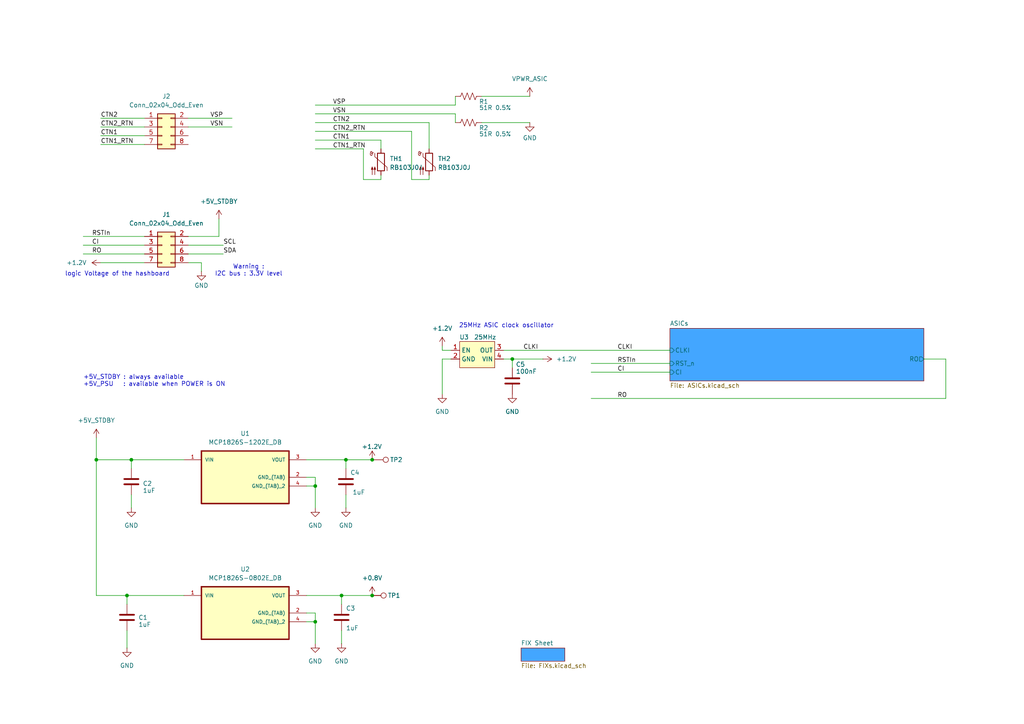
<source format=kicad_sch>
(kicad_sch (version 20231120) (generator "eeschema") (generator_version "8.0")
  (paper "A4")
  (lib_symbols
    (symbol "Connector:TestPoint" (pin_numbers hide) (pin_names (offset 0.762) hide)
      (property "Reference" "TP" (at 0 6.858 0))
      (property "Value" "TestPoint" (at 0 5.08 0))
      (symbol "TestPoint_0_1"
        (circle (center 0 3.302) (radius 0.762))
      )
      (symbol "TestPoint_1_1"
        (pin passive line (at 0 0 90) (length 2.54) (name "1") (number "1"))
      )
    )
    (symbol "Connector_Generic:Conn_02x04_Odd_Even" (pin_names (offset 1.016) hide)
      (property "Reference" "J" (at 1.27 5.08 0))
      (property "Value" "Conn_02x04_Odd_Even" (at 1.27 -7.62 0))
      (symbol "Conn_02x04_Odd_Even_1_1"
        (rectangle (start -1.27 -4.953) (end 0 -5.207) (stroke (width 0.1524)))
        (rectangle (start -1.27 -2.413) (end 0 -2.667) (stroke (width 0.1524)))
        (rectangle (start -1.27 0.127) (end 0 -0.127) (stroke (width 0.1524)))
        (rectangle (start -1.27 2.667) (end 0 2.413) (stroke (width 0.1524)))
        (rectangle (start -1.27 3.81) (end 3.81 -6.35) (stroke (width 0.254)) (fill (type background)))
        (rectangle (start 3.81 -4.953) (end 2.54 -5.207) (stroke (width 0.1524)))
        (rectangle (start 3.81 -2.413) (end 2.54 -2.667) (stroke (width 0.1524)))
        (rectangle (start 3.81 0.127) (end 2.54 -0.127) (stroke (width 0.1524)))
        (rectangle (start 3.81 2.667) (end 2.54 2.413) (stroke (width 0.1524)))
        (pin passive line (at -5.08 2.54 0) (length 3.81) (name "Pin_1") (number "1"))
        (pin passive line (at 7.62 2.54 180) (length 3.81) (name "Pin_2") (number "2"))
        (pin passive line (at -5.08 0 0) (length 3.81) (name "Pin_3") (number "3"))
        (pin passive line (at 7.62 0 180) (length 3.81) (name "Pin_4") (number "4"))
        (pin passive line (at -5.08 -2.54 0) (length 3.81) (name "Pin_5") (number "5"))
        (pin passive line (at 7.62 -2.54 180) (length 3.81) (name "Pin_6") (number "6"))
        (pin passive line (at -5.08 -5.08 0) (length 3.81) (name "Pin_7") (number "7"))
        (pin passive line (at 7.62 -5.08 180) (length 3.81) (name "Pin_8") (number "8"))
      )
    )
    (symbol "Device:C" (pin_numbers hide) (pin_names (offset 0.254))
      (property "Reference" "C" (at 0.635 2.54 0))
      (property "Value" "C" (at 0.635 -2.54 0))
      (symbol "C_0_1"
        (polyline (pts (xy -2.032 -0.762) (xy 2.032 -0.762)) (stroke (width 0.508)))
        (polyline (pts (xy -2.032 0.762) (xy 2.032 0.762)) (stroke (width 0.508)))
      )
      (symbol "C_1_1"
        (pin passive line (at 0 3.81 270) (length 2.794) (name "~") (number "1"))
        (pin passive line (at 0 -3.81 90) (length 2.794) (name "~") (number "2"))
      )
    )
    (symbol "Device:R_US" (pin_numbers hide) (pin_names (offset 0))
      (property "Reference" "R" (at 2.54 0 90))
      (property "Value" "R_US" (at -2.54 0 90))
      (symbol "R_US_0_1"
        (polyline (pts (xy 0 -2.286) (xy 0 -2.54)))
        (polyline (pts (xy 0 2.286) (xy 0 2.54)))
        (polyline (pts (xy 0 -0.762) (xy 1.016 -1.143) (xy 0 -1.524) (xy -1.016 -1.905) (xy 0 -2.286)))
        (polyline (pts (xy 0 0.762) (xy 1.016 0.381) (xy 0 0) (xy -1.016 -0.381) (xy 0 -0.762)))
        (polyline (pts (xy 0 2.286) (xy 1.016 1.905) (xy 0 1.524) (xy -1.016 1.143) (xy 0 0.762)))
      )
      (symbol "R_US_1_1"
        (pin passive line (at 0 3.81 270) (length 1.27) (name "~") (number "1"))
        (pin passive line (at 0 -3.81 90) (length 1.27) (name "~") (number "2"))
      )
    )
    (symbol "EKO_Miner_ASIClib:MCP1826S-0802E_DB" (pin_names (offset 1.016))
      (property "Reference" "U" (at -12.7 10.668 0))
      (property "Value" "MCP1826S-0802E_DB" (at -12.7 8.636 0))
      (property "P/N MOUSER" "579-MCP1826S-0802EDB" (at 0 0 0))
      (symbol "MCP1826S-0802E_DB_0_0"
        (rectangle (start -12.7 -7.62) (end 12.7 7.62) (stroke (width 0.41)) (fill (type background)))
        (pin input line (at -17.78 5.08 0) (length 5.08) (name "VIN") (number "1"))
        (pin power_in line (at 17.78 0 180) (length 5.08) (name "GND_(TAB)") (number "2"))
        (pin output line (at 17.78 5.08 180) (length 5.08) (name "VOUT") (number "3"))
        (pin power_in line (at 17.78 -2.54 180) (length 5.08) (name "GND_(TAB)_2") (number "4"))
      )
    )
    (symbol "EKO_Miner_ASIClib:MCP1826S-1802E_DB" (pin_names (offset 1.016))
      (property "Reference" "U" (at -12.7 10.668 0))
      (property "Value" "MCP1826S-1802E_DB" (at -12.7 8.636 0))
      (property "P/N MOUSER" "579-MCP1826S-1802EDB" (at 0 0 0))
      (symbol "MCP1826S-1802E_DB_0_0"
        (rectangle (start -12.7 -7.62) (end 12.7 7.62) (stroke (width 0.41)) (fill (type background)))
        (pin input line (at -17.78 5.08 0) (length 5.08) (name "VIN") (number "1"))
        (pin power_in line (at 17.78 0 180) (length 5.08) (name "GND_(TAB)") (number "2"))
        (pin output line (at 17.78 5.08 180) (length 5.08) (name "VOUT") (number "3"))
        (pin power_in line (at 17.78 -2.54 180) (length 5.08) (name "GND_(TAB)_2") (number "4"))
      )
    )
    (symbol "Sensor_Temperature:PT1000" (pin_numbers hide) (pin_names (offset 0))
      (property "Reference" "TH" (at -4.445 0 90))
      (property "Value" "PT1000" (at 3.175 0 90))
      (symbol "PT1000_0_1"
        (arc (start -3.048 2.159) (mid -3.0495 2.3143) (end -3.175 2.413))
        (arc (start -3.048 2.159) (mid -2.9736 1.9794) (end -2.794 1.905))
        (arc (start -3.048 2.794) (mid -2.9736 2.6144) (end -2.794 2.54))
        (arc (start -2.794 1.905) (mid -2.6144 1.9794) (end -2.54 2.159))
        (arc (start -2.794 2.54) (mid -2.4393 2.5587) (end -2.159 2.794))
        (arc (start -2.794 3.048) (mid -2.9736 2.9736) (end -3.048 2.794))
        (arc (start -2.54 2.794) (mid -2.6144 2.9736) (end -2.794 3.048))
        (rectangle (start -1.016 2.54) (end 1.016 -2.54) (stroke (width 0.254)))
        (polyline (pts (xy -2.54 2.159) (xy -2.54 2.794)))
        (polyline (pts (xy -1.778 2.54) (xy -1.778 1.524) (xy 1.778 -1.524) (xy 1.778 -2.54)))
        (polyline (pts (xy -2.54 -3.683) (xy -2.54 -1.397) (xy -2.794 -2.159) (xy -2.286 -2.159) (xy -2.54 -1.397) (xy -2.54 -1.651)) (fill (type outline)))
        (polyline (pts (xy -1.778 -3.683) (xy -1.778 -1.397) (xy -2.032 -2.159) (xy -1.524 -2.159) (xy -1.778 -1.397) (xy -1.778 -1.651)) (fill (type outline)))
      )
      (symbol "PT1000_1_1"
        (pin passive line (at 0 3.81 270) (length 1.27) (name "~") (number "1"))
        (pin passive line (at 0 -3.81 90) (length 1.27) (name "~") (number "2"))
      )
    )
    (symbol "bitaxe:oscillator"
      (property "Reference" "U" (at -3.81 5.08 0))
      (property "Value" "oscillator" (at 0 -5.08 0))
      (symbol "oscillator_0_1"
        (rectangle (start -5.08 3.81) (end 5.08 -3.81) (stroke (width 0.1524)) (fill (type background)))
      )
      (symbol "oscillator_1_0"
        (pin bidirectional line (at -7.62 1.27 0) (length 2.54) (name "EN") (number "1"))
        (pin bidirectional line (at -7.62 -1.27 0) (length 2.54) (name "GND") (number "2"))
        (pin bidirectional line (at 7.62 1.27 180) (length 2.54) (name "OUT") (number "3"))
        (pin bidirectional line (at 7.62 -1.27 180) (length 2.54) (name "VIN") (number "4"))
      )
    )
    (symbol "power:+3.3V" (power) (pin_names (offset 0))
      (property "Value" "+3.3V" (at 0 3.556 0))
      (symbol "+3.3V_0_1"
        (polyline (pts (xy -0.762 1.27) (xy 0 2.54)))
        (polyline (pts (xy 0 0) (xy 0 2.54)))
        (polyline (pts (xy 0 2.54) (xy 0.762 1.27)))
      )
      (symbol "+3.3V_1_1"
        (pin power_in line (at 0 0 90) (length 0) hide (name "+3.3V") (number "1"))
      )
    )
    (symbol "power:GND" (power) (pin_numbers hide) (pin_names (offset 0) hide)
      (property "Value" "GND" (at 0 -3.81 0))
      (symbol "GND_0_1"
        (polyline (pts (xy 0 0) (xy 0 -1.27) (xy 1.27 -1.27) (xy 0 -2.54) (xy -1.27 -1.27) (xy 0 -1.27)))
      )
      (symbol "GND_1_1"
        (pin power_in line (at 0 0 270) (length 0) (name "~") (number "1"))
      )
    )
    (symbol "power:VDD" (power) (pin_numbers hide) (pin_names (offset 0) hide)
      (property "Value" "VDD" (at 0 3.556 0))
      (symbol "VDD_0_1"
        (polyline (pts (xy -0.762 1.27) (xy 0 2.54)))
        (polyline (pts (xy 0 0) (xy 0 2.54)))
        (polyline (pts (xy 0 2.54) (xy 0.762 1.27)))
      )
      (symbol "VDD_1_1"
        (pin power_in line (at 0 0 90) (length 0) (name "~") (number "1"))
      )
    )
  )
  (junction (at 107.95 172.72))
  (junction (at 99.06 172.72))
  (junction (at 107.95 133.35))
  (junction (at 38.1 133.35))
  (junction (at 27.94 133.35))
  (junction (at 91.44 140.97))
  (junction (at 36.83 172.72))
  (junction (at 100.33 133.35) (diameter 0.9144))
  (junction (at 148.59 104.14))
  (junction (at 91.44 180.34))
  (wire (pts (xy 29.21 34.29) (xy 41.91 34.29)))
  (wire (pts (xy 88.9 133.35) (xy 100.33 133.35)))
  (wire (pts (xy 124.46 52.07) (xy 124.46 50.8)))
  (wire (pts (xy 27.94 133.35) (xy 38.1 133.35)))
  (wire (pts (xy 91.44 138.43) (xy 91.44 140.97)))
  (wire (pts (xy 110.49 52.07) (xy 110.49 50.8)))
  (wire (pts (xy 88.9 177.8) (xy 91.44 177.8)))
  (wire (pts (xy 91.44 140.97) (xy 91.44 147.32)))
  (wire (pts (xy 36.83 172.72) (xy 53.34 172.72)))
  (wire (pts (xy 148.59 104.14) (xy 148.59 106.68)))
  (wire (pts (xy 36.83 187.96) (xy 36.83 182.88)))
  (wire (pts (xy 88.9 140.97) (xy 91.44 140.97)))
  (wire (pts (xy 29.21 41.91) (xy 41.91 41.91)))
  (wire (pts (xy 99.06 172.72) (xy 107.95 172.72)))
  (wire (pts (xy 274.32 115.57) (xy 274.32 104.14)))
  (wire (pts (xy 119.38 52.07) (xy 124.46 52.07)))
  (wire (pts (xy 107.95 133.35) (xy 108.585 133.35)))
  (wire (pts (xy 128.27 104.14) (xy 128.27 114.3)))
  (wire (pts (xy 171.45 105.41) (xy 194.31 105.41)))
  (wire (pts (xy 105.41 43.18) (xy 105.41 52.07)))
  (wire (pts (xy 29.21 36.83) (xy 41.91 36.83)))
  (wire (pts (xy 132.08 27.94) (xy 132.08 30.48)))
  (wire (pts (xy 128.27 101.6) (xy 128.27 100.33)))
  (wire (pts (xy 124.46 35.56) (xy 124.46 43.18)))
  (wire (pts (xy 38.1 133.35) (xy 38.1 135.89)))
  (wire (pts (xy 139.7 35.56) (xy 153.67 35.56)))
  (wire (pts (xy 99.06 186.69) (xy 99.06 182.88)))
  (wire (pts (xy 91.44 43.18) (xy 105.41 43.18)))
  (wire (pts (xy 27.94 172.72) (xy 36.83 172.72)))
  (wire (pts (xy 105.41 52.07) (xy 110.49 52.07)))
  (wire (pts (xy 27.94 133.35) (xy 27.94 172.72)))
  (wire (pts (xy 58.42 76.2) (xy 58.42 78.74)))
  (wire (pts (xy 38.1 143.51) (xy 38.1 147.32)))
  (wire (pts (xy 146.05 101.6) (xy 194.31 101.6)))
  (wire (pts (xy 132.08 30.48) (xy 91.44 30.48)))
  (wire (pts (xy 88.9 172.72) (xy 99.06 172.72)))
  (wire (pts (xy 128.27 104.14) (xy 130.81 104.14)))
  (wire (pts (xy 24.13 71.12) (xy 41.91 71.12)))
  (wire (pts (xy 64.77 73.66) (xy 54.61 73.66)))
  (wire (pts (xy 171.45 107.95) (xy 194.31 107.95)))
  (wire (pts (xy 88.9 180.34) (xy 91.44 180.34)))
  (wire (pts (xy 100.33 133.35) (xy 100.33 135.89)))
  (wire (pts (xy 91.44 33.02) (xy 132.08 33.02)))
  (wire (pts (xy 91.44 35.56) (xy 124.46 35.56)))
  (wire (pts (xy 91.44 40.64) (xy 110.49 40.64)))
  (wire (pts (xy 38.1 133.35) (xy 53.34 133.35)))
  (wire (pts (xy 139.7 27.94) (xy 153.67 27.94)))
  (wire (pts (xy 63.5 63.5) (xy 63.5 68.58)))
  (wire (pts (xy 41.91 76.2) (xy 29.21 76.2)))
  (wire (pts (xy 54.61 36.83) (xy 67.31 36.83)))
  (wire (pts (xy 132.08 33.02) (xy 132.08 35.56)))
  (wire (pts (xy 110.49 40.64) (xy 110.49 43.18)))
  (wire (pts (xy 91.44 186.69) (xy 91.44 180.34)))
  (wire (pts (xy 119.38 38.1) (xy 119.38 52.07)))
  (wire (pts (xy 274.32 104.14) (xy 267.97 104.14)))
  (wire (pts (xy 171.45 115.57) (xy 274.32 115.57)))
  (wire (pts (xy 24.13 73.66) (xy 41.91 73.66)))
  (wire (pts (xy 91.44 138.43) (xy 88.9 138.43)))
  (wire (pts (xy 54.61 34.29) (xy 67.31 34.29)))
  (wire (pts (xy 148.59 104.14) (xy 157.48 104.14)))
  (wire (pts (xy 54.61 76.2) (xy 58.42 76.2)))
  (wire (pts (xy 91.44 180.34) (xy 91.44 177.8)))
  (wire (pts (xy 128.27 101.6) (xy 130.81 101.6)))
  (wire (pts (xy 91.44 38.1) (xy 119.38 38.1)))
  (wire (pts (xy 100.33 143.51) (xy 100.33 147.32)))
  (wire (pts (xy 27.94 127) (xy 27.94 133.35)))
  (wire (pts (xy 99.06 172.72) (xy 99.06 175.26)))
  (wire (pts (xy 100.33 133.35) (xy 107.95 133.35)))
  (wire (pts (xy 64.77 71.12) (xy 54.61 71.12)))
  (wire (pts (xy 146.05 104.14) (xy 148.59 104.14)))
  (wire (pts (xy 24.13 68.58) (xy 41.91 68.58)))
  (wire (pts (xy 29.21 39.37) (xy 41.91 39.37)))
  (wire (pts (xy 63.5 68.58) (xy 54.61 68.58)))
  (wire (pts (xy 36.83 172.72) (xy 36.83 175.26)))
  (text "+5V_STDBY : always available\n+5V_PSU   : available when POWER is ON" (at 24.13 110.49 0) (effects (font (size 1.27 1.27)) (justify left)))
  (text "Warning :\nI2C bus : 3.3V level" (at 72.136 78.486 0) (effects (font (size 1.27 1.27))))
  (text "25MHz ASIC clock oscillator" (at 133.096 95.25 0) (effects (font (size 1.27 1.27)) (justify left bottom)))
  (text "logic Voltage of the hashboard" (at 34.036 79.502 0) (effects (font (size 1.27 1.27))))
  (label "CTN1_RTN" (at 29.21 41.91 0))
  (label "CLKI" (at 179.07 101.6 0))
  (label "RSTIn" (at 179.07 105.41 0))
  (label "CI" (at 179.07 107.95 0))
  (label "CLKI" (at 151.765 101.6 0))
  (label "VSN" (at 60.96 36.83 0))
  (label "RO" (at 26.67 73.66 0))
  (label "CTN2" (at 29.21 34.29 0))
  (label "CTN1_RTN" (at 96.52 43.18 0))
  (label "CTN1" (at 29.21 39.37 0))
  (label "RO" (at 179.07 115.57 0))
  (label "RSTIn" (at 26.67 68.58 0))
  (label "VSP" (at 96.52 30.48 0))
  (label "CI" (at 26.67 71.12 0))
  (label "SCL" (at 64.77 71.12 0))
  (label "CTN2_RTN" (at 96.52 38.1 0))
  (label "VSP" (at 60.96 34.29 0))
  (label "CTN2_RTN" (at 29.21 36.83 0))
  (label "VSN" (at 96.52 33.02 0))
  (label "CTN1" (at 96.52 40.64 0))
  (label "CTN2" (at 96.52 35.56 0))
  (label "SDA" (at 64.77 73.66 0))
  (symbol (lib_id "power:GND") (at 58.42 78.74 0) (mirror y) (unit 1)
    (property "Reference" "#PWR07" (effects (hide yes)))
    (property "Value" "GND" (at 58.42 82.804 0))
    (property "Description" "Power symbol creates a global label with name \"GND\" , ground" (effects (hide yes)))
  )
  (symbol (lib_id "power:GND") (at 91.44 186.69 0) (unit 1)
    (property "Reference" "#PWR06" (effects (hide yes)))
    (property "Value" "GND" (at 91.44 191.77 0))
    (property "Description" "Power symbol creates a global label with name \"GND\" , ground" (effects (hide yes)))
  )
  (symbol (lib_id "power:GND") (at 128.27 114.3 0) (unit 1)
    (property "Reference" "#PWR014" (effects (hide yes)))
    (property "Value" "GND" (at 128.27 119.38 0))
    (property "Description" "Power symbol creates a global label with name \"GND\" , ground" (effects (hide yes)))
  )
  (symbol (lib_id "power:VDD") (at 107.95 172.72 0) (unit 1)
    (property "Reference" "#PWR012" (effects (hide yes)))
    (property "Value" "+0.8V" (at 107.95 167.64 0))
    (property "Description" "Power symbol creates a global label with name \"VDD\"" (effects (hide yes)))
  )
  (symbol (lib_id "Connector:TestPoint") (at 107.95 172.72 270) (mirror x) (unit 1) (in_bom no)
    (property "Reference" "TP1" (at 114.3 172.72 90))
    (property "Value" "TestPoint" (effects (hide yes)))
    (property "Footprint" "TestPoint:TestPoint_Pad_D1.0mm" (effects (hide yes)))
  )
  (symbol (lib_id "power:GND") (at 100.33 147.32 0) (unit 1)
    (property "Reference" "#PWR010" (effects (hide yes)))
    (property "Value" "GND" (at 100.33 152.4 0))
    (property "Description" "Power symbol creates a global label with name \"GND\" , ground" (effects (hide yes)))
  )
  (symbol (lib_id "power:GND") (at 38.1 147.32 0) (unit 1)
    (property "Reference" "#PWR03" (effects (hide yes)))
    (property "Value" "GND" (at 38.1 152.4 0))
    (property "Description" "Power symbol creates a global label with name \"GND\" , ground" (effects (hide yes)))
  )
  (symbol (lib_id "Device:C") (at 36.83 179.07 0) (unit 1)
    (property "Reference" "C1" (at 40.132 179.832 0) (effects (justify left bottom)))
    (property "Value" "1uF" (at 40.132 181.864 0) (effects (justify left bottom)))
    (property "Footprint" "Capacitor_SMD:C_0805_2012Metric_Pad1.18x1.45mm_HandSolder" (effects (hide yes)))
    (property "MP" "CL21B105KOFNFNE" (effects (hide yes)))
    (property "P/N MOUSER" "187-CL21B105KOFNFNE" (effects (hide yes)))
  )
  (symbol (lib_id "bitaxe:oscillator") (at 138.43 102.87 0) (unit 1)
    (property "Reference" "U3" (at 134.62 97.79 0))
    (property "Value" "25MHz" (at 140.716 97.79 0))
    (property "Footprint" "Oscillator:Oscillator_SMD_Abracon_ASE-4Pin_3.2x2.5mm" (effects (hide yes)))
    (property "Datasheet" "https://www.jauch.com/downloadfile/5ef1edcfb8e2f73163c8ce8009ef659d1/jo32-1.8-3.3v.pdf" (effects (hide yes)))
    (property "MP" "LFSPXO076024Cutt" (effects (hide yes)))
    (property "P/N MOUSER" "449-LFSPXO076024CUTT" (effects (hide yes)))
  )
  (symbol (lib_id "EKO_Miner_ASIClib:MCP1826S-1802E_DB") (at 71.12 138.43 0) (unit 1)
    (property "Reference" "U1" (at 71.12 125.73 0))
    (property "Value" "MCP1826S-1202E_DB" (at 71.12 128.27 0))
    (property "Footprint" "EKO_Miner_ASIClib:MCP1826S" (effects (hide yes)))
    (property "MF" "Microchip" (effects (hide yes)))
    (property "Description_1" "\nIC,LINEAR REGULATOR;MAX. INPUT,6V;OUTPUT,1.2V;1000MA;ACCURACY,0.5%;SOT223-3 | Microchip Technology Inc. MCP1826S-1202E/DB\n" (effects (hide yes)))
    (property "Package" "SOT-223 Microchip Technology" (effects (hide yes)))
    (property "Price" "None" (effects (hide yes)))
    (property "SnapEDA_Link" "https://www.snapeda.com/parts/MCP1826S-1802E/DB/Microchip/view-part/?ref=snap" (effects (hide yes)))
    (property "MP" "MCP1826S-1802E/DB" (effects (hide yes)))
    (property "Purchase-URL" "https://www.snapeda.com/api/url_track_click_mouser/?unipart_id=142747&manufacturer=Microchip&part_name=MCP1826S-1802E/DB&search_term=mcp1826s" (effects (hide yes)))
    (property "Availability" "In Stock" (effects (hide yes)))
    (property "Check_prices" "https://www.snapeda.com/parts/MCP1826S-1802E/DB/Microchip/view-part/?ref=eda" (effects (hide yes)))
    (property "P/N MOUSER" "579-MCP1826S-1802EDB" (effects (hide yes)))
  )
  (symbol (lib_id "power:VDD") (at 29.21 76.2 90) (unit 1)
    (property "Reference" "#PWR04" (effects (hide yes)))
    (property "Value" "+1.2V" (at 25.146 76.2 90) (effects (justify left)))
    (property "Description" "Power symbol creates a global label with name \"VDD\"" (effects (hide yes)))
  )
  (symbol (lib_id "power:VDD") (at 157.48 104.14 270) (unit 1)
    (property "Reference" "#PWR016" (effects (hide yes)))
    (property "Value" "+1.2V" (at 161.29 104.1399 90) (effects (justify left)))
    (property "Description" "Power symbol creates a global label with name \"VDD\"" (effects (hide yes)))
  )
  (symbol (lib_id "power:VDD") (at 107.95 133.35 0) (unit 1)
    (property "Reference" "#PWR011" (effects (hide yes)))
    (property "Value" "+1.2V" (at 104.902 129.54 0) (effects (justify left)))
    (property "Description" "Power symbol creates a global label with name \"VDD\"" (effects (hide yes)))
  )
  (symbol (lib_id "power:GND") (at 99.06 186.69 0) (unit 1)
    (property "Reference" "#PWR09" (effects (hide yes)))
    (property "Value" "GND" (at 99.06 191.77 0))
    (property "Description" "Power symbol creates a global label with name \"GND\" , ground" (effects (hide yes)))
  )
  (symbol (lib_id "Connector_Generic:Conn_02x04_Odd_Even") (at 46.99 71.12 0) (unit 1)
    (property "Reference" "J1" (at 48.26 62.23 0))
    (property "Value" "Conn_02x04_Odd_Even" (at 48.26 64.77 0))
    (property "Footprint" "Connector_PinHeader_2.54mm:PinHeader_2x04_P2.54mm_Vertical_SMD" (effects (hide yes)))
    (property "Description" "Generic connector, double row, 02x04, odd/even pin numbering scheme (row 1 odd numbers, row 2 even numbers), script generated (kicad-library-utils/schlib/autogen/connector/)" (effects (hide yes)))
  )
  (symbol (lib_id "Connector:TestPoint") (at 108.585 133.35 270) (mirror x) (unit 1) (in_bom no)
    (property "Reference" "TP2" (at 114.935 133.35 90))
    (property "Value" "TestPoint" (effects (hide yes)))
    (property "Footprint" "TestPoint:TestPoint_Pad_D1.0mm" (effects (hide yes)))
  )
  (symbol (lib_id "power:GND") (at 36.83 187.96 0) (unit 1)
    (property "Reference" "#PWR02" (effects (hide yes)))
    (property "Value" "GND" (at 36.83 193.04 0))
    (property "Description" "Power symbol creates a global label with name \"GND\" , ground" (effects (hide yes)))
  )
  (symbol (lib_id "Device:C") (at 99.06 179.07 0) (unit 1)
    (property "Reference" "C3" (at 100.33 177.165 0) (effects (justify left bottom)))
    (property "Value" "1uF" (at 100.33 182.88 0) (effects (justify left bottom)))
    (property "Footprint" "Capacitor_SMD:C_0805_2012Metric_Pad1.18x1.45mm_HandSolder" (effects (hide yes)))
    (property "MP" "CL21B105KOFNFNE" (effects (hide yes)))
    (property "P/N MOUSER" "187-CL21B105KOFNFNE" (effects (hide yes)))
  )
  (symbol (lib_id "Device:R_US") (at 135.89 27.94 270) (unit 1)
    (property "Reference" "R1" (at 138.938 29.464 90) (effects (justify left)))
    (property "Value" "51R 0.5%" (at 138.938 31.242 90) (effects (justify left)))
    (property "Footprint" "Resistor_SMD:R_0805_2012Metric_Pad1.20x1.40mm_HandSolder" (effects (hide yes)))
    (property "MP" "RT0805DRE0751RL" (effects (hide yes)))
    (property "P/N MOUSER" "603-RT0805DRE0751RL" (effects (hide yes)))
  )
  (symbol (lib_id "power:VDD") (at 128.27 100.33 0) (unit 1)
    (property "Reference" "#PWR013" (effects (hide yes)))
    (property "Value" "+1.2V" (at 128.27 95.25 0))
    (property "Description" "Power symbol creates a global label with name \"VDD\"" (effects (hide yes)))
  )
  (symbol (lib_id "Device:C") (at 38.1 139.7 0) (unit 1)
    (property "Reference" "C2" (at 41.402 140.97 0) (effects (justify left bottom)))
    (property "Value" "1uF" (at 41.402 143.002 0) (effects (justify left bottom)))
    (property "Footprint" "Capacitor_SMD:C_0805_2012Metric_Pad1.18x1.45mm_HandSolder" (effects (hide yes)))
    (property "MP" "CL21B105KOFNFNE" (effects (hide yes)))
    (property "P/N MOUSER" "187-CL21B105KOFNFNE" (effects (hide yes)))
  )
  (symbol (lib_id "power:VDD") (at 153.67 27.94 0) (unit 1)
    (property "Reference" "#PWR017" (effects (hide yes)))
    (property "Value" "VPWR_ASIC" (at 153.67 22.86 0))
    (property "Description" "Power symbol creates a global label with name \"VDD\"" (effects (hide yes)))
  )
  (symbol (lib_id "power:+3.3V") (at 63.5 63.5 0) (mirror y) (unit 1)
    (property "Reference" "#PWR08" (effects (hide yes)))
    (property "Value" "+5V_STDBY" (at 63.5 58.42 0))
  )
  (symbol (lib_id "power:GND") (at 153.67 35.56 0) (mirror y) (unit 1)
    (property "Reference" "#PWR018" (effects (hide yes)))
    (property "Value" "GND" (at 153.67 40.005 0))
  )
  (symbol (lib_id "Sensor_Temperature:PT1000") (at 124.46 46.99 0) (unit 1)
    (property "Reference" "TH2" (at 127 46.0374 0) (effects (justify left)))
    (property "Value" "RB103J0J" (at 127 48.5774 0) (effects (justify left)))
    (property "Footprint" "Resistor_SMD:R_0603_1608Metric" (effects (hide yes)))
    (property "Description" "CTN" (effects (hide yes)))
    (property "MP" "RB103J0J" (effects (hide yes)))
    (property "P/N MOUSER" "576-RB103J0J" (effects (hide yes)))
  )
  (symbol (lib_id "Connector_Generic:Conn_02x04_Odd_Even") (at 46.99 36.83 0) (unit 1)
    (property "Reference" "J2" (at 48.26 27.94 0))
    (property "Value" "Conn_02x04_Odd_Even" (at 48.26 30.48 0))
    (property "Footprint" "Connector_PinHeader_2.54mm:PinHeader_2x04_P2.54mm_Vertical_SMD" (effects (hide yes)))
    (property "Description" "Generic connector, double row, 02x04, odd/even pin numbering scheme (row 1 odd numbers, row 2 even numbers), script generated (kicad-library-utils/schlib/autogen/connector/)" (effects (hide yes)))
  )
  (symbol (lib_id "power:GND") (at 91.44 147.32 0) (unit 1)
    (property "Reference" "#PWR05" (effects (hide yes)))
    (property "Value" "GND" (at 91.44 152.4 0))
    (property "Description" "Power symbol creates a global label with name \"GND\" , ground" (effects (hide yes)))
  )
  (symbol (lib_id "Device:C") (at 148.59 110.49 0) (unit 1)
    (property "Reference" "C5" (at 149.606 106.426 0) (effects (justify left bottom)))
    (property "Value" "100nF" (at 149.606 108.458 0) (effects (justify left bottom)))
    (property "Footprint" "Capacitor_SMD:C_0805_2012Metric_Pad1.18x1.45mm_HandSolder" (effects (hide yes)))
    (property "P/N MOUSER" "791-0805B104M101CT" (effects (hide yes)))
  )
  (symbol (lib_id "power:GND") (at 148.59 114.3 0) (unit 1)
    (property "Reference" "#PWR015" (effects (hide yes)))
    (property "Value" "GND" (at 148.59 119.38 0))
    (property "Description" "Power symbol creates a global label with name \"GND\" , ground" (effects (hide yes)))
  )
  (symbol (lib_id "Device:R_US") (at 135.89 35.56 270) (unit 1)
    (property "Reference" "R2" (at 138.938 37.084 90) (effects (justify left)))
    (property "Value" "51R 0.5%" (at 138.938 38.862 90) (effects (justify left)))
    (property "Footprint" "Resistor_SMD:R_0805_2012Metric_Pad1.20x1.40mm_HandSolder" (effects (hide yes)))
    (property "MP" "RT0805DRE0751RL" (effects (hide yes)))
    (property "P/N MOUSER" "603-RT0805DRE0751RL" (effects (hide yes)))
  )
  (symbol (lib_id "EKO_Miner_ASIClib:MCP1826S-0802E_DB") (at 71.12 177.8 0) (unit 1)
    (property "Reference" "U2" (at 71.12 165.1 0))
    (property "Value" "MCP1826S-0802E_DB" (at 71.12 167.64 0))
    (property "Footprint" "EKO_Miner_ASIClib:MCP1826S" (effects (hide yes)))
    (property "MF" "Microchip" (effects (hide yes)))
    (property "Description_1" "\nIC,LINEAR REGULATOR;MAX. INPUT,6V;OUTPUT,1.8V;1000MA;ACCURACY,0.5%;SOT223-3 | Microchip Technology Inc. MCP1826S-1802E/DB\n" (effects (hide yes)))
    (property "Package" "SOT-223 Microchip Technology" (effects (hide yes)))
    (property "Price" "None" (effects (hide yes)))
    (property "SnapEDA_Link" "https://www.snapeda.com/parts/MCP1826S-1802E/DB/Microchip/view-part/?ref=snap" (effects (hide yes)))
    (property "MP" "MCP1826S-1802E/DB" (effects (hide yes)))
    (property "Purchase-URL" "https://www.snapeda.com/api/url_track_click_mouser/?unipart_id=142747&manufacturer=Microchip&part_name=MCP1826S-1802E/DB&search_term=mcp1826s" (effects (hide yes)))
    (property "Availability" "In Stock" (effects (hide yes)))
    (property "Check_prices" "https://www.snapeda.com/parts/MCP1826S-1802E/DB/Microchip/view-part/?ref=eda" (effects (hide yes)))
    (property "P/N MOUSER" "579-MCP1826S-0802EDB" (effects (hide yes)))
  )
  (symbol (lib_id "Device:C") (at 100.33 139.7 0) (unit 1)
    (property "Reference" "C4" (at 101.6 137.795 0) (effects (justify left bottom)))
    (property "Value" "1uF" (at 102.235 143.51 0) (effects (justify left bottom)))
    (property "Footprint" "Capacitor_SMD:C_0805_2012Metric_Pad1.18x1.45mm_HandSolder" (effects (hide yes)))
    (property "MP" "CL21B105KOFNFNE" (effects (hide yes)))
    (property "P/N MOUSER" "187-CL21B105KOFNFNE" (effects (hide yes)))
  )
  (symbol (lib_id "power:+3.3V") (at 27.94 127 0) (unit 1)
    (property "Reference" "#PWR01" (effects (hide yes)))
    (property "Value" "+5V_STDBY" (at 27.94 121.92 0))
  )
  (symbol (lib_id "Sensor_Temperature:PT1000") (at 110.49 46.99 0) (unit 1)
    (property "Reference" "TH1" (at 113.03 46.0374 0) (effects (justify left)))
    (property "Value" "RB103J0J" (at 113.03 48.5774 0) (effects (justify left)))
    (property "Footprint" "Resistor_SMD:R_0603_1608Metric" (effects (hide yes)))
    (property "Description" "CTN" (effects (hide yes)))
    (property "MP" "RB103J0J" (effects (hide yes)))
    (property "P/N MOUSER" "576-RB103J0J" (effects (hide yes)))
  )
  (sheet (at 151.13 187.96) (size 12.7 3.81) (stroke (width 0.1524)) (fill (color 67 166 255 1.0000))
    (property "Sheetname" "FIX Sheet" (at 151.13 187.2484 0) (effects (justify left bottom)))
    (property "Sheetfile" "FIXs.kicad_sch" (at 151.13 192.3546 0) (effects (justify left top)))
  )
  (sheet (at 194.31 95.25) (size 73.66 15.24) (stroke (width 0.1524)) (fill (color 67 166 255 1.0000))
    (property "Sheetname" "ASICs" (at 194.31 94.5384 0) (effects (justify left bottom)))
    (property "Sheetfile" "ASICs.kicad_sch" (at 194.31 111.0746 0) (effects (justify left top)))
    (pin "CLKI" input (at 194.31 101.6 180))
    (pin "CI" input (at 194.31 107.95 180))
    (pin "RST_n" input (at 194.31 105.41 180))
    (pin "RO" output (at 267.97 104.14 0))
  )
)
</source>
